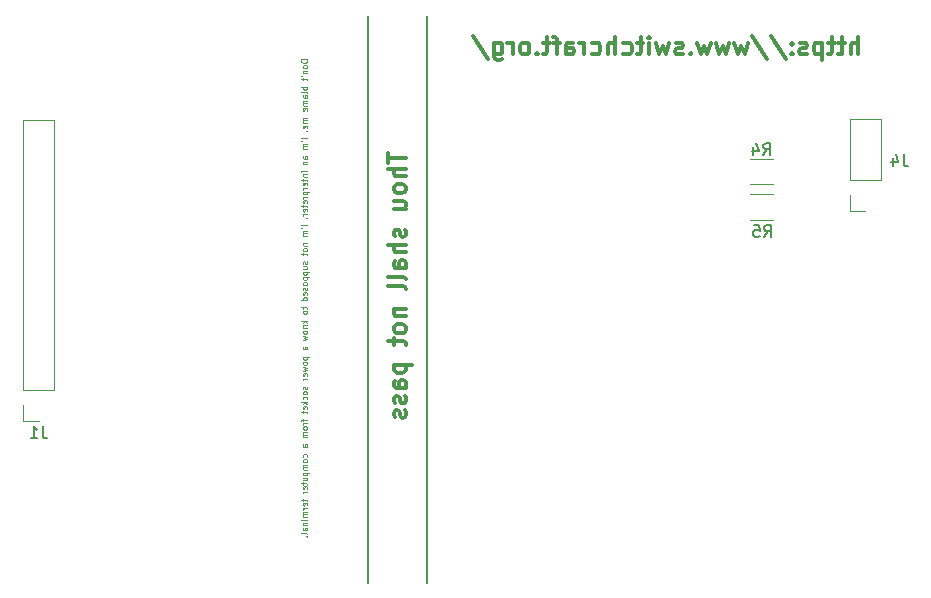
<source format=gbo>
G04 #@! TF.FileFunction,Legend,Bot*
%FSLAX46Y46*%
G04 Gerber Fmt 4.6, Leading zero omitted, Abs format (unit mm)*
G04 Created by KiCad (PCBNEW 4.0.6) date 2017 August 05, Saturday 23:38:27*
%MOMM*%
%LPD*%
G01*
G04 APERTURE LIST*
%ADD10C,0.100000*%
%ADD11C,0.200000*%
%ADD12C,0.300000*%
%ADD13C,0.120000*%
%ADD14C,0.150000*%
G04 APERTURE END LIST*
D10*
D11*
X137922000Y-155000000D02*
X137922000Y-107000000D01*
X132905500Y-155000000D02*
X132905500Y-107000000D01*
D12*
X174414288Y-110278571D02*
X174414288Y-108778571D01*
X173771431Y-110278571D02*
X173771431Y-109492857D01*
X173842860Y-109350000D01*
X173985717Y-109278571D01*
X174200002Y-109278571D01*
X174342860Y-109350000D01*
X174414288Y-109421429D01*
X173271431Y-109278571D02*
X172700002Y-109278571D01*
X173057145Y-108778571D02*
X173057145Y-110064286D01*
X172985717Y-110207143D01*
X172842859Y-110278571D01*
X172700002Y-110278571D01*
X172414288Y-109278571D02*
X171842859Y-109278571D01*
X172200002Y-108778571D02*
X172200002Y-110064286D01*
X172128574Y-110207143D01*
X171985716Y-110278571D01*
X171842859Y-110278571D01*
X171342859Y-109278571D02*
X171342859Y-110778571D01*
X171342859Y-109350000D02*
X171200002Y-109278571D01*
X170914288Y-109278571D01*
X170771431Y-109350000D01*
X170700002Y-109421429D01*
X170628573Y-109564286D01*
X170628573Y-109992857D01*
X170700002Y-110135714D01*
X170771431Y-110207143D01*
X170914288Y-110278571D01*
X171200002Y-110278571D01*
X171342859Y-110207143D01*
X170057145Y-110207143D02*
X169914288Y-110278571D01*
X169628573Y-110278571D01*
X169485716Y-110207143D01*
X169414288Y-110064286D01*
X169414288Y-109992857D01*
X169485716Y-109850000D01*
X169628573Y-109778571D01*
X169842859Y-109778571D01*
X169985716Y-109707143D01*
X170057145Y-109564286D01*
X170057145Y-109492857D01*
X169985716Y-109350000D01*
X169842859Y-109278571D01*
X169628573Y-109278571D01*
X169485716Y-109350000D01*
X168771430Y-110135714D02*
X168700002Y-110207143D01*
X168771430Y-110278571D01*
X168842859Y-110207143D01*
X168771430Y-110135714D01*
X168771430Y-110278571D01*
X168771430Y-109350000D02*
X168700002Y-109421429D01*
X168771430Y-109492857D01*
X168842859Y-109421429D01*
X168771430Y-109350000D01*
X168771430Y-109492857D01*
X166985716Y-108707143D02*
X168271430Y-110635714D01*
X165414287Y-108707143D02*
X166700001Y-110635714D01*
X165057143Y-109278571D02*
X164771429Y-110278571D01*
X164485715Y-109564286D01*
X164200000Y-110278571D01*
X163914286Y-109278571D01*
X163485714Y-109278571D02*
X163200000Y-110278571D01*
X162914286Y-109564286D01*
X162628571Y-110278571D01*
X162342857Y-109278571D01*
X161914285Y-109278571D02*
X161628571Y-110278571D01*
X161342857Y-109564286D01*
X161057142Y-110278571D01*
X160771428Y-109278571D01*
X160199999Y-110135714D02*
X160128571Y-110207143D01*
X160199999Y-110278571D01*
X160271428Y-110207143D01*
X160199999Y-110135714D01*
X160199999Y-110278571D01*
X159557142Y-110207143D02*
X159414285Y-110278571D01*
X159128570Y-110278571D01*
X158985713Y-110207143D01*
X158914285Y-110064286D01*
X158914285Y-109992857D01*
X158985713Y-109850000D01*
X159128570Y-109778571D01*
X159342856Y-109778571D01*
X159485713Y-109707143D01*
X159557142Y-109564286D01*
X159557142Y-109492857D01*
X159485713Y-109350000D01*
X159342856Y-109278571D01*
X159128570Y-109278571D01*
X158985713Y-109350000D01*
X158414284Y-109278571D02*
X158128570Y-110278571D01*
X157842856Y-109564286D01*
X157557141Y-110278571D01*
X157271427Y-109278571D01*
X156699998Y-110278571D02*
X156699998Y-109278571D01*
X156699998Y-108778571D02*
X156771427Y-108850000D01*
X156699998Y-108921429D01*
X156628570Y-108850000D01*
X156699998Y-108778571D01*
X156699998Y-108921429D01*
X156199998Y-109278571D02*
X155628569Y-109278571D01*
X155985712Y-108778571D02*
X155985712Y-110064286D01*
X155914284Y-110207143D01*
X155771426Y-110278571D01*
X155628569Y-110278571D01*
X154485712Y-110207143D02*
X154628569Y-110278571D01*
X154914283Y-110278571D01*
X155057141Y-110207143D01*
X155128569Y-110135714D01*
X155199998Y-109992857D01*
X155199998Y-109564286D01*
X155128569Y-109421429D01*
X155057141Y-109350000D01*
X154914283Y-109278571D01*
X154628569Y-109278571D01*
X154485712Y-109350000D01*
X153842855Y-110278571D02*
X153842855Y-108778571D01*
X153199998Y-110278571D02*
X153199998Y-109492857D01*
X153271427Y-109350000D01*
X153414284Y-109278571D01*
X153628569Y-109278571D01*
X153771427Y-109350000D01*
X153842855Y-109421429D01*
X151842855Y-110207143D02*
X151985712Y-110278571D01*
X152271426Y-110278571D01*
X152414284Y-110207143D01*
X152485712Y-110135714D01*
X152557141Y-109992857D01*
X152557141Y-109564286D01*
X152485712Y-109421429D01*
X152414284Y-109350000D01*
X152271426Y-109278571D01*
X151985712Y-109278571D01*
X151842855Y-109350000D01*
X151199998Y-110278571D02*
X151199998Y-109278571D01*
X151199998Y-109564286D02*
X151128570Y-109421429D01*
X151057141Y-109350000D01*
X150914284Y-109278571D01*
X150771427Y-109278571D01*
X149628570Y-110278571D02*
X149628570Y-109492857D01*
X149699999Y-109350000D01*
X149842856Y-109278571D01*
X150128570Y-109278571D01*
X150271427Y-109350000D01*
X149628570Y-110207143D02*
X149771427Y-110278571D01*
X150128570Y-110278571D01*
X150271427Y-110207143D01*
X150342856Y-110064286D01*
X150342856Y-109921429D01*
X150271427Y-109778571D01*
X150128570Y-109707143D01*
X149771427Y-109707143D01*
X149628570Y-109635714D01*
X149128570Y-109278571D02*
X148557141Y-109278571D01*
X148914284Y-110278571D02*
X148914284Y-108992857D01*
X148842856Y-108850000D01*
X148699998Y-108778571D01*
X148557141Y-108778571D01*
X148271427Y-109278571D02*
X147699998Y-109278571D01*
X148057141Y-108778571D02*
X148057141Y-110064286D01*
X147985713Y-110207143D01*
X147842855Y-110278571D01*
X147699998Y-110278571D01*
X147199998Y-110135714D02*
X147128570Y-110207143D01*
X147199998Y-110278571D01*
X147271427Y-110207143D01*
X147199998Y-110135714D01*
X147199998Y-110278571D01*
X146271426Y-110278571D02*
X146414284Y-110207143D01*
X146485712Y-110135714D01*
X146557141Y-109992857D01*
X146557141Y-109564286D01*
X146485712Y-109421429D01*
X146414284Y-109350000D01*
X146271426Y-109278571D01*
X146057141Y-109278571D01*
X145914284Y-109350000D01*
X145842855Y-109421429D01*
X145771426Y-109564286D01*
X145771426Y-109992857D01*
X145842855Y-110135714D01*
X145914284Y-110207143D01*
X146057141Y-110278571D01*
X146271426Y-110278571D01*
X145128569Y-110278571D02*
X145128569Y-109278571D01*
X145128569Y-109564286D02*
X145057141Y-109421429D01*
X144985712Y-109350000D01*
X144842855Y-109278571D01*
X144699998Y-109278571D01*
X143557141Y-109278571D02*
X143557141Y-110492857D01*
X143628570Y-110635714D01*
X143699998Y-110707143D01*
X143842855Y-110778571D01*
X144057141Y-110778571D01*
X144199998Y-110707143D01*
X143557141Y-110207143D02*
X143699998Y-110278571D01*
X143985712Y-110278571D01*
X144128570Y-110207143D01*
X144199998Y-110135714D01*
X144271427Y-109992857D01*
X144271427Y-109564286D01*
X144199998Y-109421429D01*
X144128570Y-109350000D01*
X143985712Y-109278571D01*
X143699998Y-109278571D01*
X143557141Y-109350000D01*
X141771427Y-108707143D02*
X143057141Y-110635714D01*
D10*
X127726190Y-110709529D02*
X127226190Y-110709529D01*
X127226190Y-110828576D01*
X127250000Y-110900005D01*
X127297619Y-110947624D01*
X127345238Y-110971433D01*
X127440476Y-110995243D01*
X127511905Y-110995243D01*
X127607143Y-110971433D01*
X127654762Y-110947624D01*
X127702381Y-110900005D01*
X127726190Y-110828576D01*
X127726190Y-110709529D01*
X127726190Y-111280957D02*
X127702381Y-111233338D01*
X127678571Y-111209529D01*
X127630952Y-111185719D01*
X127488095Y-111185719D01*
X127440476Y-111209529D01*
X127416667Y-111233338D01*
X127392857Y-111280957D01*
X127392857Y-111352386D01*
X127416667Y-111400005D01*
X127440476Y-111423814D01*
X127488095Y-111447624D01*
X127630952Y-111447624D01*
X127678571Y-111423814D01*
X127702381Y-111400005D01*
X127726190Y-111352386D01*
X127726190Y-111280957D01*
X127392857Y-111661910D02*
X127726190Y-111661910D01*
X127440476Y-111661910D02*
X127416667Y-111685719D01*
X127392857Y-111733338D01*
X127392857Y-111804767D01*
X127416667Y-111852386D01*
X127464286Y-111876195D01*
X127726190Y-111876195D01*
X127226190Y-112138100D02*
X127321429Y-112090481D01*
X127392857Y-112280957D02*
X127392857Y-112471433D01*
X127226190Y-112352386D02*
X127654762Y-112352386D01*
X127702381Y-112376195D01*
X127726190Y-112423814D01*
X127726190Y-112471433D01*
X127726190Y-113019052D02*
X127226190Y-113019052D01*
X127416667Y-113019052D02*
X127392857Y-113066671D01*
X127392857Y-113161909D01*
X127416667Y-113209528D01*
X127440476Y-113233337D01*
X127488095Y-113257147D01*
X127630952Y-113257147D01*
X127678571Y-113233337D01*
X127702381Y-113209528D01*
X127726190Y-113161909D01*
X127726190Y-113066671D01*
X127702381Y-113019052D01*
X127726190Y-113542861D02*
X127702381Y-113495242D01*
X127654762Y-113471433D01*
X127226190Y-113471433D01*
X127726190Y-113947623D02*
X127464286Y-113947623D01*
X127416667Y-113923814D01*
X127392857Y-113876195D01*
X127392857Y-113780957D01*
X127416667Y-113733338D01*
X127702381Y-113947623D02*
X127726190Y-113900004D01*
X127726190Y-113780957D01*
X127702381Y-113733338D01*
X127654762Y-113709528D01*
X127607143Y-113709528D01*
X127559524Y-113733338D01*
X127535714Y-113780957D01*
X127535714Y-113900004D01*
X127511905Y-113947623D01*
X127726190Y-114185719D02*
X127392857Y-114185719D01*
X127440476Y-114185719D02*
X127416667Y-114209528D01*
X127392857Y-114257147D01*
X127392857Y-114328576D01*
X127416667Y-114376195D01*
X127464286Y-114400004D01*
X127726190Y-114400004D01*
X127464286Y-114400004D02*
X127416667Y-114423814D01*
X127392857Y-114471433D01*
X127392857Y-114542861D01*
X127416667Y-114590481D01*
X127464286Y-114614290D01*
X127726190Y-114614290D01*
X127702381Y-115042862D02*
X127726190Y-114995243D01*
X127726190Y-114900005D01*
X127702381Y-114852386D01*
X127654762Y-114828576D01*
X127464286Y-114828576D01*
X127416667Y-114852386D01*
X127392857Y-114900005D01*
X127392857Y-114995243D01*
X127416667Y-115042862D01*
X127464286Y-115066671D01*
X127511905Y-115066671D01*
X127559524Y-114828576D01*
X127726190Y-115661909D02*
X127392857Y-115661909D01*
X127440476Y-115661909D02*
X127416667Y-115685718D01*
X127392857Y-115733337D01*
X127392857Y-115804766D01*
X127416667Y-115852385D01*
X127464286Y-115876194D01*
X127726190Y-115876194D01*
X127464286Y-115876194D02*
X127416667Y-115900004D01*
X127392857Y-115947623D01*
X127392857Y-116019051D01*
X127416667Y-116066671D01*
X127464286Y-116090480D01*
X127726190Y-116090480D01*
X127702381Y-116519052D02*
X127726190Y-116471433D01*
X127726190Y-116376195D01*
X127702381Y-116328576D01*
X127654762Y-116304766D01*
X127464286Y-116304766D01*
X127416667Y-116328576D01*
X127392857Y-116376195D01*
X127392857Y-116471433D01*
X127416667Y-116519052D01*
X127464286Y-116542861D01*
X127511905Y-116542861D01*
X127559524Y-116304766D01*
X127678571Y-116757147D02*
X127702381Y-116780956D01*
X127726190Y-116757147D01*
X127702381Y-116733337D01*
X127678571Y-116757147D01*
X127726190Y-116757147D01*
X127726190Y-117376194D02*
X127226190Y-117376194D01*
X127226190Y-117638098D02*
X127321429Y-117590479D01*
X127726190Y-117852384D02*
X127392857Y-117852384D01*
X127440476Y-117852384D02*
X127416667Y-117876193D01*
X127392857Y-117923812D01*
X127392857Y-117995241D01*
X127416667Y-118042860D01*
X127464286Y-118066669D01*
X127726190Y-118066669D01*
X127464286Y-118066669D02*
X127416667Y-118090479D01*
X127392857Y-118138098D01*
X127392857Y-118209526D01*
X127416667Y-118257146D01*
X127464286Y-118280955D01*
X127726190Y-118280955D01*
X127726190Y-119114288D02*
X127464286Y-119114288D01*
X127416667Y-119090479D01*
X127392857Y-119042860D01*
X127392857Y-118947622D01*
X127416667Y-118900003D01*
X127702381Y-119114288D02*
X127726190Y-119066669D01*
X127726190Y-118947622D01*
X127702381Y-118900003D01*
X127654762Y-118876193D01*
X127607143Y-118876193D01*
X127559524Y-118900003D01*
X127535714Y-118947622D01*
X127535714Y-119066669D01*
X127511905Y-119114288D01*
X127392857Y-119352384D02*
X127726190Y-119352384D01*
X127440476Y-119352384D02*
X127416667Y-119376193D01*
X127392857Y-119423812D01*
X127392857Y-119495241D01*
X127416667Y-119542860D01*
X127464286Y-119566669D01*
X127726190Y-119566669D01*
X127726190Y-120185717D02*
X127392857Y-120185717D01*
X127226190Y-120185717D02*
X127250000Y-120161907D01*
X127273810Y-120185717D01*
X127250000Y-120209526D01*
X127226190Y-120185717D01*
X127273810Y-120185717D01*
X127392857Y-120423812D02*
X127726190Y-120423812D01*
X127440476Y-120423812D02*
X127416667Y-120447621D01*
X127392857Y-120495240D01*
X127392857Y-120566669D01*
X127416667Y-120614288D01*
X127464286Y-120638097D01*
X127726190Y-120638097D01*
X127392857Y-120804764D02*
X127392857Y-120995240D01*
X127226190Y-120876193D02*
X127654762Y-120876193D01*
X127702381Y-120900002D01*
X127726190Y-120947621D01*
X127726190Y-120995240D01*
X127702381Y-121352383D02*
X127726190Y-121304764D01*
X127726190Y-121209526D01*
X127702381Y-121161907D01*
X127654762Y-121138097D01*
X127464286Y-121138097D01*
X127416667Y-121161907D01*
X127392857Y-121209526D01*
X127392857Y-121304764D01*
X127416667Y-121352383D01*
X127464286Y-121376192D01*
X127511905Y-121376192D01*
X127559524Y-121138097D01*
X127726190Y-121590478D02*
X127392857Y-121590478D01*
X127488095Y-121590478D02*
X127440476Y-121614287D01*
X127416667Y-121638097D01*
X127392857Y-121685716D01*
X127392857Y-121733335D01*
X127392857Y-121900002D02*
X127892857Y-121900002D01*
X127416667Y-121900002D02*
X127392857Y-121947621D01*
X127392857Y-122042859D01*
X127416667Y-122090478D01*
X127440476Y-122114287D01*
X127488095Y-122138097D01*
X127630952Y-122138097D01*
X127678571Y-122114287D01*
X127702381Y-122090478D01*
X127726190Y-122042859D01*
X127726190Y-121947621D01*
X127702381Y-121900002D01*
X127726190Y-122352383D02*
X127392857Y-122352383D01*
X127488095Y-122352383D02*
X127440476Y-122376192D01*
X127416667Y-122400002D01*
X127392857Y-122447621D01*
X127392857Y-122495240D01*
X127702381Y-122852383D02*
X127726190Y-122804764D01*
X127726190Y-122709526D01*
X127702381Y-122661907D01*
X127654762Y-122638097D01*
X127464286Y-122638097D01*
X127416667Y-122661907D01*
X127392857Y-122709526D01*
X127392857Y-122804764D01*
X127416667Y-122852383D01*
X127464286Y-122876192D01*
X127511905Y-122876192D01*
X127559524Y-122638097D01*
X127392857Y-123019049D02*
X127392857Y-123209525D01*
X127226190Y-123090478D02*
X127654762Y-123090478D01*
X127702381Y-123114287D01*
X127726190Y-123161906D01*
X127726190Y-123209525D01*
X127702381Y-123566668D02*
X127726190Y-123519049D01*
X127726190Y-123423811D01*
X127702381Y-123376192D01*
X127654762Y-123352382D01*
X127464286Y-123352382D01*
X127416667Y-123376192D01*
X127392857Y-123423811D01*
X127392857Y-123519049D01*
X127416667Y-123566668D01*
X127464286Y-123590477D01*
X127511905Y-123590477D01*
X127559524Y-123352382D01*
X127726190Y-123804763D02*
X127392857Y-123804763D01*
X127488095Y-123804763D02*
X127440476Y-123828572D01*
X127416667Y-123852382D01*
X127392857Y-123900001D01*
X127392857Y-123947620D01*
X127678571Y-124114287D02*
X127702381Y-124138096D01*
X127726190Y-124114287D01*
X127702381Y-124090477D01*
X127678571Y-124114287D01*
X127726190Y-124114287D01*
X127726190Y-124733334D02*
X127226190Y-124733334D01*
X127226190Y-124995238D02*
X127321429Y-124947619D01*
X127726190Y-125209524D02*
X127392857Y-125209524D01*
X127440476Y-125209524D02*
X127416667Y-125233333D01*
X127392857Y-125280952D01*
X127392857Y-125352381D01*
X127416667Y-125400000D01*
X127464286Y-125423809D01*
X127726190Y-125423809D01*
X127464286Y-125423809D02*
X127416667Y-125447619D01*
X127392857Y-125495238D01*
X127392857Y-125566666D01*
X127416667Y-125614286D01*
X127464286Y-125638095D01*
X127726190Y-125638095D01*
X127392857Y-126257143D02*
X127726190Y-126257143D01*
X127440476Y-126257143D02*
X127416667Y-126280952D01*
X127392857Y-126328571D01*
X127392857Y-126400000D01*
X127416667Y-126447619D01*
X127464286Y-126471428D01*
X127726190Y-126471428D01*
X127726190Y-126780952D02*
X127702381Y-126733333D01*
X127678571Y-126709524D01*
X127630952Y-126685714D01*
X127488095Y-126685714D01*
X127440476Y-126709524D01*
X127416667Y-126733333D01*
X127392857Y-126780952D01*
X127392857Y-126852381D01*
X127416667Y-126900000D01*
X127440476Y-126923809D01*
X127488095Y-126947619D01*
X127630952Y-126947619D01*
X127678571Y-126923809D01*
X127702381Y-126900000D01*
X127726190Y-126852381D01*
X127726190Y-126780952D01*
X127392857Y-127090476D02*
X127392857Y-127280952D01*
X127226190Y-127161905D02*
X127654762Y-127161905D01*
X127702381Y-127185714D01*
X127726190Y-127233333D01*
X127726190Y-127280952D01*
X127702381Y-127804761D02*
X127726190Y-127852380D01*
X127726190Y-127947618D01*
X127702381Y-127995237D01*
X127654762Y-128019047D01*
X127630952Y-128019047D01*
X127583333Y-127995237D01*
X127559524Y-127947618D01*
X127559524Y-127876190D01*
X127535714Y-127828571D01*
X127488095Y-127804761D01*
X127464286Y-127804761D01*
X127416667Y-127828571D01*
X127392857Y-127876190D01*
X127392857Y-127947618D01*
X127416667Y-127995237D01*
X127392857Y-128447618D02*
X127726190Y-128447618D01*
X127392857Y-128233333D02*
X127654762Y-128233333D01*
X127702381Y-128257142D01*
X127726190Y-128304761D01*
X127726190Y-128376190D01*
X127702381Y-128423809D01*
X127678571Y-128447618D01*
X127392857Y-128685714D02*
X127892857Y-128685714D01*
X127416667Y-128685714D02*
X127392857Y-128733333D01*
X127392857Y-128828571D01*
X127416667Y-128876190D01*
X127440476Y-128899999D01*
X127488095Y-128923809D01*
X127630952Y-128923809D01*
X127678571Y-128899999D01*
X127702381Y-128876190D01*
X127726190Y-128828571D01*
X127726190Y-128733333D01*
X127702381Y-128685714D01*
X127392857Y-129138095D02*
X127892857Y-129138095D01*
X127416667Y-129138095D02*
X127392857Y-129185714D01*
X127392857Y-129280952D01*
X127416667Y-129328571D01*
X127440476Y-129352380D01*
X127488095Y-129376190D01*
X127630952Y-129376190D01*
X127678571Y-129352380D01*
X127702381Y-129328571D01*
X127726190Y-129280952D01*
X127726190Y-129185714D01*
X127702381Y-129138095D01*
X127726190Y-129661904D02*
X127702381Y-129614285D01*
X127678571Y-129590476D01*
X127630952Y-129566666D01*
X127488095Y-129566666D01*
X127440476Y-129590476D01*
X127416667Y-129614285D01*
X127392857Y-129661904D01*
X127392857Y-129733333D01*
X127416667Y-129780952D01*
X127440476Y-129804761D01*
X127488095Y-129828571D01*
X127630952Y-129828571D01*
X127678571Y-129804761D01*
X127702381Y-129780952D01*
X127726190Y-129733333D01*
X127726190Y-129661904D01*
X127702381Y-130019047D02*
X127726190Y-130066666D01*
X127726190Y-130161904D01*
X127702381Y-130209523D01*
X127654762Y-130233333D01*
X127630952Y-130233333D01*
X127583333Y-130209523D01*
X127559524Y-130161904D01*
X127559524Y-130090476D01*
X127535714Y-130042857D01*
X127488095Y-130019047D01*
X127464286Y-130019047D01*
X127416667Y-130042857D01*
X127392857Y-130090476D01*
X127392857Y-130161904D01*
X127416667Y-130209523D01*
X127702381Y-130638095D02*
X127726190Y-130590476D01*
X127726190Y-130495238D01*
X127702381Y-130447619D01*
X127654762Y-130423809D01*
X127464286Y-130423809D01*
X127416667Y-130447619D01*
X127392857Y-130495238D01*
X127392857Y-130590476D01*
X127416667Y-130638095D01*
X127464286Y-130661904D01*
X127511905Y-130661904D01*
X127559524Y-130423809D01*
X127726190Y-131090475D02*
X127226190Y-131090475D01*
X127702381Y-131090475D02*
X127726190Y-131042856D01*
X127726190Y-130947618D01*
X127702381Y-130899999D01*
X127678571Y-130876190D01*
X127630952Y-130852380D01*
X127488095Y-130852380D01*
X127440476Y-130876190D01*
X127416667Y-130899999D01*
X127392857Y-130947618D01*
X127392857Y-131042856D01*
X127416667Y-131090475D01*
X127392857Y-131638094D02*
X127392857Y-131828570D01*
X127226190Y-131709523D02*
X127654762Y-131709523D01*
X127702381Y-131733332D01*
X127726190Y-131780951D01*
X127726190Y-131828570D01*
X127726190Y-132066665D02*
X127702381Y-132019046D01*
X127678571Y-131995237D01*
X127630952Y-131971427D01*
X127488095Y-131971427D01*
X127440476Y-131995237D01*
X127416667Y-132019046D01*
X127392857Y-132066665D01*
X127392857Y-132138094D01*
X127416667Y-132185713D01*
X127440476Y-132209522D01*
X127488095Y-132233332D01*
X127630952Y-132233332D01*
X127678571Y-132209522D01*
X127702381Y-132185713D01*
X127726190Y-132138094D01*
X127726190Y-132066665D01*
X127726190Y-132828570D02*
X127226190Y-132828570D01*
X127535714Y-132876189D02*
X127726190Y-133019046D01*
X127392857Y-133019046D02*
X127583333Y-132828570D01*
X127392857Y-133233332D02*
X127726190Y-133233332D01*
X127440476Y-133233332D02*
X127416667Y-133257141D01*
X127392857Y-133304760D01*
X127392857Y-133376189D01*
X127416667Y-133423808D01*
X127464286Y-133447617D01*
X127726190Y-133447617D01*
X127726190Y-133757141D02*
X127702381Y-133709522D01*
X127678571Y-133685713D01*
X127630952Y-133661903D01*
X127488095Y-133661903D01*
X127440476Y-133685713D01*
X127416667Y-133709522D01*
X127392857Y-133757141D01*
X127392857Y-133828570D01*
X127416667Y-133876189D01*
X127440476Y-133899998D01*
X127488095Y-133923808D01*
X127630952Y-133923808D01*
X127678571Y-133899998D01*
X127702381Y-133876189D01*
X127726190Y-133828570D01*
X127726190Y-133757141D01*
X127392857Y-134090475D02*
X127726190Y-134185713D01*
X127488095Y-134280951D01*
X127726190Y-134376189D01*
X127392857Y-134471427D01*
X127726190Y-135257141D02*
X127464286Y-135257141D01*
X127416667Y-135233332D01*
X127392857Y-135185713D01*
X127392857Y-135090475D01*
X127416667Y-135042856D01*
X127702381Y-135257141D02*
X127726190Y-135209522D01*
X127726190Y-135090475D01*
X127702381Y-135042856D01*
X127654762Y-135019046D01*
X127607143Y-135019046D01*
X127559524Y-135042856D01*
X127535714Y-135090475D01*
X127535714Y-135209522D01*
X127511905Y-135257141D01*
X127392857Y-135876189D02*
X127892857Y-135876189D01*
X127416667Y-135876189D02*
X127392857Y-135923808D01*
X127392857Y-136019046D01*
X127416667Y-136066665D01*
X127440476Y-136090474D01*
X127488095Y-136114284D01*
X127630952Y-136114284D01*
X127678571Y-136090474D01*
X127702381Y-136066665D01*
X127726190Y-136019046D01*
X127726190Y-135923808D01*
X127702381Y-135876189D01*
X127726190Y-136399998D02*
X127702381Y-136352379D01*
X127678571Y-136328570D01*
X127630952Y-136304760D01*
X127488095Y-136304760D01*
X127440476Y-136328570D01*
X127416667Y-136352379D01*
X127392857Y-136399998D01*
X127392857Y-136471427D01*
X127416667Y-136519046D01*
X127440476Y-136542855D01*
X127488095Y-136566665D01*
X127630952Y-136566665D01*
X127678571Y-136542855D01*
X127702381Y-136519046D01*
X127726190Y-136471427D01*
X127726190Y-136399998D01*
X127392857Y-136733332D02*
X127726190Y-136828570D01*
X127488095Y-136923808D01*
X127726190Y-137019046D01*
X127392857Y-137114284D01*
X127702381Y-137495237D02*
X127726190Y-137447618D01*
X127726190Y-137352380D01*
X127702381Y-137304761D01*
X127654762Y-137280951D01*
X127464286Y-137280951D01*
X127416667Y-137304761D01*
X127392857Y-137352380D01*
X127392857Y-137447618D01*
X127416667Y-137495237D01*
X127464286Y-137519046D01*
X127511905Y-137519046D01*
X127559524Y-137280951D01*
X127726190Y-137733332D02*
X127392857Y-137733332D01*
X127488095Y-137733332D02*
X127440476Y-137757141D01*
X127416667Y-137780951D01*
X127392857Y-137828570D01*
X127392857Y-137876189D01*
X127702381Y-138399998D02*
X127726190Y-138447617D01*
X127726190Y-138542855D01*
X127702381Y-138590474D01*
X127654762Y-138614284D01*
X127630952Y-138614284D01*
X127583333Y-138590474D01*
X127559524Y-138542855D01*
X127559524Y-138471427D01*
X127535714Y-138423808D01*
X127488095Y-138399998D01*
X127464286Y-138399998D01*
X127416667Y-138423808D01*
X127392857Y-138471427D01*
X127392857Y-138542855D01*
X127416667Y-138590474D01*
X127726190Y-138899998D02*
X127702381Y-138852379D01*
X127678571Y-138828570D01*
X127630952Y-138804760D01*
X127488095Y-138804760D01*
X127440476Y-138828570D01*
X127416667Y-138852379D01*
X127392857Y-138899998D01*
X127392857Y-138971427D01*
X127416667Y-139019046D01*
X127440476Y-139042855D01*
X127488095Y-139066665D01*
X127630952Y-139066665D01*
X127678571Y-139042855D01*
X127702381Y-139019046D01*
X127726190Y-138971427D01*
X127726190Y-138899998D01*
X127702381Y-139495236D02*
X127726190Y-139447617D01*
X127726190Y-139352379D01*
X127702381Y-139304760D01*
X127678571Y-139280951D01*
X127630952Y-139257141D01*
X127488095Y-139257141D01*
X127440476Y-139280951D01*
X127416667Y-139304760D01*
X127392857Y-139352379D01*
X127392857Y-139447617D01*
X127416667Y-139495236D01*
X127726190Y-139709522D02*
X127226190Y-139709522D01*
X127535714Y-139757141D02*
X127726190Y-139899998D01*
X127392857Y-139899998D02*
X127583333Y-139709522D01*
X127702381Y-140304760D02*
X127726190Y-140257141D01*
X127726190Y-140161903D01*
X127702381Y-140114284D01*
X127654762Y-140090474D01*
X127464286Y-140090474D01*
X127416667Y-140114284D01*
X127392857Y-140161903D01*
X127392857Y-140257141D01*
X127416667Y-140304760D01*
X127464286Y-140328569D01*
X127511905Y-140328569D01*
X127559524Y-140090474D01*
X127392857Y-140471426D02*
X127392857Y-140661902D01*
X127226190Y-140542855D02*
X127654762Y-140542855D01*
X127702381Y-140566664D01*
X127726190Y-140614283D01*
X127726190Y-140661902D01*
X127392857Y-141138092D02*
X127392857Y-141328568D01*
X127726190Y-141209521D02*
X127297619Y-141209521D01*
X127250000Y-141233330D01*
X127226190Y-141280949D01*
X127226190Y-141328568D01*
X127726190Y-141495235D02*
X127392857Y-141495235D01*
X127488095Y-141495235D02*
X127440476Y-141519044D01*
X127416667Y-141542854D01*
X127392857Y-141590473D01*
X127392857Y-141638092D01*
X127726190Y-141876187D02*
X127702381Y-141828568D01*
X127678571Y-141804759D01*
X127630952Y-141780949D01*
X127488095Y-141780949D01*
X127440476Y-141804759D01*
X127416667Y-141828568D01*
X127392857Y-141876187D01*
X127392857Y-141947616D01*
X127416667Y-141995235D01*
X127440476Y-142019044D01*
X127488095Y-142042854D01*
X127630952Y-142042854D01*
X127678571Y-142019044D01*
X127702381Y-141995235D01*
X127726190Y-141947616D01*
X127726190Y-141876187D01*
X127726190Y-142257140D02*
X127392857Y-142257140D01*
X127440476Y-142257140D02*
X127416667Y-142280949D01*
X127392857Y-142328568D01*
X127392857Y-142399997D01*
X127416667Y-142447616D01*
X127464286Y-142471425D01*
X127726190Y-142471425D01*
X127464286Y-142471425D02*
X127416667Y-142495235D01*
X127392857Y-142542854D01*
X127392857Y-142614282D01*
X127416667Y-142661902D01*
X127464286Y-142685711D01*
X127726190Y-142685711D01*
X127726190Y-143519044D02*
X127464286Y-143519044D01*
X127416667Y-143495235D01*
X127392857Y-143447616D01*
X127392857Y-143352378D01*
X127416667Y-143304759D01*
X127702381Y-143519044D02*
X127726190Y-143471425D01*
X127726190Y-143352378D01*
X127702381Y-143304759D01*
X127654762Y-143280949D01*
X127607143Y-143280949D01*
X127559524Y-143304759D01*
X127535714Y-143352378D01*
X127535714Y-143471425D01*
X127511905Y-143519044D01*
X127702381Y-144352377D02*
X127726190Y-144304758D01*
X127726190Y-144209520D01*
X127702381Y-144161901D01*
X127678571Y-144138092D01*
X127630952Y-144114282D01*
X127488095Y-144114282D01*
X127440476Y-144138092D01*
X127416667Y-144161901D01*
X127392857Y-144209520D01*
X127392857Y-144304758D01*
X127416667Y-144352377D01*
X127726190Y-144638091D02*
X127702381Y-144590472D01*
X127678571Y-144566663D01*
X127630952Y-144542853D01*
X127488095Y-144542853D01*
X127440476Y-144566663D01*
X127416667Y-144590472D01*
X127392857Y-144638091D01*
X127392857Y-144709520D01*
X127416667Y-144757139D01*
X127440476Y-144780948D01*
X127488095Y-144804758D01*
X127630952Y-144804758D01*
X127678571Y-144780948D01*
X127702381Y-144757139D01*
X127726190Y-144709520D01*
X127726190Y-144638091D01*
X127726190Y-145019044D02*
X127392857Y-145019044D01*
X127440476Y-145019044D02*
X127416667Y-145042853D01*
X127392857Y-145090472D01*
X127392857Y-145161901D01*
X127416667Y-145209520D01*
X127464286Y-145233329D01*
X127726190Y-145233329D01*
X127464286Y-145233329D02*
X127416667Y-145257139D01*
X127392857Y-145304758D01*
X127392857Y-145376186D01*
X127416667Y-145423806D01*
X127464286Y-145447615D01*
X127726190Y-145447615D01*
X127392857Y-145685711D02*
X127892857Y-145685711D01*
X127416667Y-145685711D02*
X127392857Y-145733330D01*
X127392857Y-145828568D01*
X127416667Y-145876187D01*
X127440476Y-145899996D01*
X127488095Y-145923806D01*
X127630952Y-145923806D01*
X127678571Y-145899996D01*
X127702381Y-145876187D01*
X127726190Y-145828568D01*
X127726190Y-145733330D01*
X127702381Y-145685711D01*
X127392857Y-146352377D02*
X127726190Y-146352377D01*
X127392857Y-146138092D02*
X127654762Y-146138092D01*
X127702381Y-146161901D01*
X127726190Y-146209520D01*
X127726190Y-146280949D01*
X127702381Y-146328568D01*
X127678571Y-146352377D01*
X127392857Y-146519044D02*
X127392857Y-146709520D01*
X127226190Y-146590473D02*
X127654762Y-146590473D01*
X127702381Y-146614282D01*
X127726190Y-146661901D01*
X127726190Y-146709520D01*
X127702381Y-147066663D02*
X127726190Y-147019044D01*
X127726190Y-146923806D01*
X127702381Y-146876187D01*
X127654762Y-146852377D01*
X127464286Y-146852377D01*
X127416667Y-146876187D01*
X127392857Y-146923806D01*
X127392857Y-147019044D01*
X127416667Y-147066663D01*
X127464286Y-147090472D01*
X127511905Y-147090472D01*
X127559524Y-146852377D01*
X127726190Y-147304758D02*
X127392857Y-147304758D01*
X127488095Y-147304758D02*
X127440476Y-147328567D01*
X127416667Y-147352377D01*
X127392857Y-147399996D01*
X127392857Y-147447615D01*
X127392857Y-147923805D02*
X127392857Y-148114281D01*
X127226190Y-147995234D02*
X127654762Y-147995234D01*
X127702381Y-148019043D01*
X127726190Y-148066662D01*
X127726190Y-148114281D01*
X127702381Y-148471424D02*
X127726190Y-148423805D01*
X127726190Y-148328567D01*
X127702381Y-148280948D01*
X127654762Y-148257138D01*
X127464286Y-148257138D01*
X127416667Y-148280948D01*
X127392857Y-148328567D01*
X127392857Y-148423805D01*
X127416667Y-148471424D01*
X127464286Y-148495233D01*
X127511905Y-148495233D01*
X127559524Y-148257138D01*
X127726190Y-148709519D02*
X127392857Y-148709519D01*
X127488095Y-148709519D02*
X127440476Y-148733328D01*
X127416667Y-148757138D01*
X127392857Y-148804757D01*
X127392857Y-148852376D01*
X127726190Y-149019043D02*
X127392857Y-149019043D01*
X127440476Y-149019043D02*
X127416667Y-149042852D01*
X127392857Y-149090471D01*
X127392857Y-149161900D01*
X127416667Y-149209519D01*
X127464286Y-149233328D01*
X127726190Y-149233328D01*
X127464286Y-149233328D02*
X127416667Y-149257138D01*
X127392857Y-149304757D01*
X127392857Y-149376185D01*
X127416667Y-149423805D01*
X127464286Y-149447614D01*
X127726190Y-149447614D01*
X127726190Y-149685710D02*
X127392857Y-149685710D01*
X127226190Y-149685710D02*
X127250000Y-149661900D01*
X127273810Y-149685710D01*
X127250000Y-149709519D01*
X127226190Y-149685710D01*
X127273810Y-149685710D01*
X127392857Y-149923805D02*
X127726190Y-149923805D01*
X127440476Y-149923805D02*
X127416667Y-149947614D01*
X127392857Y-149995233D01*
X127392857Y-150066662D01*
X127416667Y-150114281D01*
X127464286Y-150138090D01*
X127726190Y-150138090D01*
X127726190Y-150590471D02*
X127464286Y-150590471D01*
X127416667Y-150566662D01*
X127392857Y-150519043D01*
X127392857Y-150423805D01*
X127416667Y-150376186D01*
X127702381Y-150590471D02*
X127726190Y-150542852D01*
X127726190Y-150423805D01*
X127702381Y-150376186D01*
X127654762Y-150352376D01*
X127607143Y-150352376D01*
X127559524Y-150376186D01*
X127535714Y-150423805D01*
X127535714Y-150542852D01*
X127511905Y-150590471D01*
X127726190Y-150899995D02*
X127702381Y-150852376D01*
X127654762Y-150828567D01*
X127226190Y-150828567D01*
X127678571Y-151090472D02*
X127702381Y-151114281D01*
X127726190Y-151090472D01*
X127702381Y-151066662D01*
X127678571Y-151090472D01*
X127726190Y-151090472D01*
D12*
X134578571Y-118614285D02*
X134578571Y-119471428D01*
X136078571Y-119042857D02*
X134578571Y-119042857D01*
X136078571Y-119971428D02*
X134578571Y-119971428D01*
X136078571Y-120614285D02*
X135292857Y-120614285D01*
X135150000Y-120542856D01*
X135078571Y-120399999D01*
X135078571Y-120185714D01*
X135150000Y-120042856D01*
X135221429Y-119971428D01*
X136078571Y-121542857D02*
X136007143Y-121399999D01*
X135935714Y-121328571D01*
X135792857Y-121257142D01*
X135364286Y-121257142D01*
X135221429Y-121328571D01*
X135150000Y-121399999D01*
X135078571Y-121542857D01*
X135078571Y-121757142D01*
X135150000Y-121899999D01*
X135221429Y-121971428D01*
X135364286Y-122042857D01*
X135792857Y-122042857D01*
X135935714Y-121971428D01*
X136007143Y-121899999D01*
X136078571Y-121757142D01*
X136078571Y-121542857D01*
X135078571Y-123328571D02*
X136078571Y-123328571D01*
X135078571Y-122685714D02*
X135864286Y-122685714D01*
X136007143Y-122757142D01*
X136078571Y-122900000D01*
X136078571Y-123114285D01*
X136007143Y-123257142D01*
X135935714Y-123328571D01*
X136007143Y-125114285D02*
X136078571Y-125257142D01*
X136078571Y-125542857D01*
X136007143Y-125685714D01*
X135864286Y-125757142D01*
X135792857Y-125757142D01*
X135650000Y-125685714D01*
X135578571Y-125542857D01*
X135578571Y-125328571D01*
X135507143Y-125185714D01*
X135364286Y-125114285D01*
X135292857Y-125114285D01*
X135150000Y-125185714D01*
X135078571Y-125328571D01*
X135078571Y-125542857D01*
X135150000Y-125685714D01*
X136078571Y-126400000D02*
X134578571Y-126400000D01*
X136078571Y-127042857D02*
X135292857Y-127042857D01*
X135150000Y-126971428D01*
X135078571Y-126828571D01*
X135078571Y-126614286D01*
X135150000Y-126471428D01*
X135221429Y-126400000D01*
X136078571Y-128400000D02*
X135292857Y-128400000D01*
X135150000Y-128328571D01*
X135078571Y-128185714D01*
X135078571Y-127900000D01*
X135150000Y-127757143D01*
X136007143Y-128400000D02*
X136078571Y-128257143D01*
X136078571Y-127900000D01*
X136007143Y-127757143D01*
X135864286Y-127685714D01*
X135721429Y-127685714D01*
X135578571Y-127757143D01*
X135507143Y-127900000D01*
X135507143Y-128257143D01*
X135435714Y-128400000D01*
X136078571Y-129328572D02*
X136007143Y-129185714D01*
X135864286Y-129114286D01*
X134578571Y-129114286D01*
X136078571Y-130114286D02*
X136007143Y-129971428D01*
X135864286Y-129900000D01*
X134578571Y-129900000D01*
X135078571Y-131828571D02*
X136078571Y-131828571D01*
X135221429Y-131828571D02*
X135150000Y-131899999D01*
X135078571Y-132042857D01*
X135078571Y-132257142D01*
X135150000Y-132399999D01*
X135292857Y-132471428D01*
X136078571Y-132471428D01*
X136078571Y-133400000D02*
X136007143Y-133257142D01*
X135935714Y-133185714D01*
X135792857Y-133114285D01*
X135364286Y-133114285D01*
X135221429Y-133185714D01*
X135150000Y-133257142D01*
X135078571Y-133400000D01*
X135078571Y-133614285D01*
X135150000Y-133757142D01*
X135221429Y-133828571D01*
X135364286Y-133900000D01*
X135792857Y-133900000D01*
X135935714Y-133828571D01*
X136007143Y-133757142D01*
X136078571Y-133614285D01*
X136078571Y-133400000D01*
X135078571Y-134328571D02*
X135078571Y-134900000D01*
X134578571Y-134542857D02*
X135864286Y-134542857D01*
X136007143Y-134614285D01*
X136078571Y-134757143D01*
X136078571Y-134900000D01*
X135078571Y-136542857D02*
X136578571Y-136542857D01*
X135150000Y-136542857D02*
X135078571Y-136685714D01*
X135078571Y-136971428D01*
X135150000Y-137114285D01*
X135221429Y-137185714D01*
X135364286Y-137257143D01*
X135792857Y-137257143D01*
X135935714Y-137185714D01*
X136007143Y-137114285D01*
X136078571Y-136971428D01*
X136078571Y-136685714D01*
X136007143Y-136542857D01*
X136078571Y-138542857D02*
X135292857Y-138542857D01*
X135150000Y-138471428D01*
X135078571Y-138328571D01*
X135078571Y-138042857D01*
X135150000Y-137900000D01*
X136007143Y-138542857D02*
X136078571Y-138400000D01*
X136078571Y-138042857D01*
X136007143Y-137900000D01*
X135864286Y-137828571D01*
X135721429Y-137828571D01*
X135578571Y-137900000D01*
X135507143Y-138042857D01*
X135507143Y-138400000D01*
X135435714Y-138542857D01*
X136007143Y-139185714D02*
X136078571Y-139328571D01*
X136078571Y-139614286D01*
X136007143Y-139757143D01*
X135864286Y-139828571D01*
X135792857Y-139828571D01*
X135650000Y-139757143D01*
X135578571Y-139614286D01*
X135578571Y-139400000D01*
X135507143Y-139257143D01*
X135364286Y-139185714D01*
X135292857Y-139185714D01*
X135150000Y-139257143D01*
X135078571Y-139400000D01*
X135078571Y-139614286D01*
X135150000Y-139757143D01*
X136007143Y-140400000D02*
X136078571Y-140542857D01*
X136078571Y-140828572D01*
X136007143Y-140971429D01*
X135864286Y-141042857D01*
X135792857Y-141042857D01*
X135650000Y-140971429D01*
X135578571Y-140828572D01*
X135578571Y-140614286D01*
X135507143Y-140471429D01*
X135364286Y-140400000D01*
X135292857Y-140400000D01*
X135150000Y-140471429D01*
X135078571Y-140614286D01*
X135078571Y-140828572D01*
X135150000Y-140971429D01*
D13*
X173670000Y-115790000D02*
X176330000Y-115790000D01*
X173670000Y-120930000D02*
X173670000Y-115790000D01*
X176330000Y-120930000D02*
X176330000Y-115790000D01*
X173670000Y-120930000D02*
X176330000Y-120930000D01*
X173670000Y-122200000D02*
X173670000Y-123530000D01*
X173670000Y-123530000D02*
X175000000Y-123530000D01*
X103670000Y-115810000D02*
X106330000Y-115810000D01*
X103670000Y-138730000D02*
X103670000Y-115810000D01*
X106330000Y-138730000D02*
X106330000Y-115810000D01*
X103670000Y-138730000D02*
X106330000Y-138730000D01*
X103670000Y-140000000D02*
X103670000Y-141330000D01*
X103670000Y-141330000D02*
X105000000Y-141330000D01*
X165200000Y-121270000D02*
X167200000Y-121270000D01*
X167200000Y-119130000D02*
X165200000Y-119130000D01*
X165200000Y-124270000D02*
X167200000Y-124270000D01*
X167200000Y-122130000D02*
X165200000Y-122130000D01*
D14*
X178233333Y-118752381D02*
X178233333Y-119466667D01*
X178280953Y-119609524D01*
X178376191Y-119704762D01*
X178519048Y-119752381D01*
X178614286Y-119752381D01*
X177328571Y-119085714D02*
X177328571Y-119752381D01*
X177566667Y-118704762D02*
X177804762Y-119419048D01*
X177185714Y-119419048D01*
X105333333Y-141782381D02*
X105333333Y-142496667D01*
X105380953Y-142639524D01*
X105476191Y-142734762D01*
X105619048Y-142782381D01*
X105714286Y-142782381D01*
X104333333Y-142782381D02*
X104904762Y-142782381D01*
X104619048Y-142782381D02*
X104619048Y-141782381D01*
X104714286Y-141925238D01*
X104809524Y-142020476D01*
X104904762Y-142068095D01*
X166366666Y-118802381D02*
X166700000Y-118326190D01*
X166938095Y-118802381D02*
X166938095Y-117802381D01*
X166557142Y-117802381D01*
X166461904Y-117850000D01*
X166414285Y-117897619D01*
X166366666Y-117992857D01*
X166366666Y-118135714D01*
X166414285Y-118230952D01*
X166461904Y-118278571D01*
X166557142Y-118326190D01*
X166938095Y-118326190D01*
X165509523Y-118135714D02*
X165509523Y-118802381D01*
X165747619Y-117754762D02*
X165985714Y-118469048D01*
X165366666Y-118469048D01*
X166434166Y-125728381D02*
X166767500Y-125252190D01*
X167005595Y-125728381D02*
X167005595Y-124728381D01*
X166624642Y-124728381D01*
X166529404Y-124776000D01*
X166481785Y-124823619D01*
X166434166Y-124918857D01*
X166434166Y-125061714D01*
X166481785Y-125156952D01*
X166529404Y-125204571D01*
X166624642Y-125252190D01*
X167005595Y-125252190D01*
X165529404Y-124728381D02*
X166005595Y-124728381D01*
X166053214Y-125204571D01*
X166005595Y-125156952D01*
X165910357Y-125109333D01*
X165672261Y-125109333D01*
X165577023Y-125156952D01*
X165529404Y-125204571D01*
X165481785Y-125299810D01*
X165481785Y-125537905D01*
X165529404Y-125633143D01*
X165577023Y-125680762D01*
X165672261Y-125728381D01*
X165910357Y-125728381D01*
X166005595Y-125680762D01*
X166053214Y-125633143D01*
M02*

</source>
